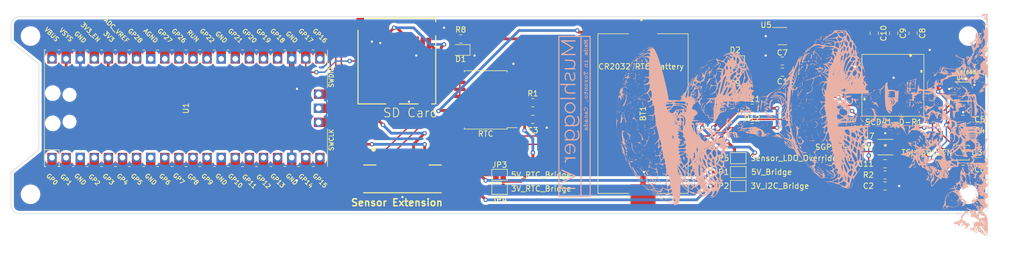
<source format=kicad_pcb>
(kicad_pcb (version 20211014) (generator pcbnew)
  (layers (0 "F.Cu" signal) (31 "B.Cu" signal) (34 "B.Paste" user) (35 "F.Paste" user) (36 "B.SilkS" user "B.Silkscreen") (37 "F.SilkS" user "F.Silkscreen") (38 "B.Mask" user) (39 "F.Mask" user) (44 "Edge.Cuts" user))
  (net 0 "")
  (net 1 "/RTC_VBAT")
  (net 2 "GND")
  (net 3 "/VCC_RTC")
  (net 4 "/Sensors/VCC_IN")
  (net 5 "Net-(D1-Pad2)")
  (net 6 "Net-(D2-Pad2)")
  (net 7 "SCL")
  (net 8 "SDA")
  (net 9 "3V3")
  (net 10 "5V")
  (net 11 "/CS")
  (net 12 "/SPI_TX")
  (net 13 "/SCK")
  (net 14 "/SPI_RX")
  (net 15 "/RTC_INT")
  (net 67 "/Sensors/VCC")
  (net 68 "Net-(C2-Pad1)")
  (footprint "BME688:IC_BME688" (layer "F.Cu") (at 188 33.5)
    (fp_text reference "U4")
    (fp_text value "BME688")
  )
  (footprint "MCU_RaspberryPi_and_Boards:RPi_Pico_SMD_TH" (layer "F.Cu") (at 48 36.5 90)
    (fp_text reference "U1")
    (fp_text value "Pico")
  )
  (footprint "ul_SCD41-D-R1:SCD41-D-R1" (layer "F.Cu") (at 175.365 32.365 -90)
    (fp_text reference "U6")
    (fp_text value "SCD41-D-R1")
  )
  (footprint "Resistor_SMD:R_0805_2012Metric" (layer "F.Cu") (at 173.95 48.51)
    (fp_text reference "R2")
    (fp_text value "4.7")
  )
  (footprint "Jumper:SolderJumper-2_P1.3mm_Open_Pad1.0x1.5mm" (layer "F.Cu") (at 104.5 48.5)
    (fp_text reference "JP3")
    (fp_text value "5V_RTC_Bridge")
  )
  (footprint "CR2032_Battery_Holder:BH-74G-5-P" (layer "F.Cu") (at 130.346 37.454803 -90)
    (fp_text reference "BT1")
    (fp_text value "CR2032 RTC Battery")
  )
  (footprint "LIB_B5B-PH-SM4-TB_LF__SN_:B5B-PH-SM4-TB" (layer "F.Cu") (at 87 47 180)
    (fp_text reference "Sensor Extension")
    (fp_text value "Sensor_Connector" hide)
  )
  (footprint "Resistor_SMD:R_0805_2012Metric" (layer "F.Cu") (at 150 36.5)
    (fp_text reference "R11")
    (fp_text value "4K7")
  )
  (footprint "Resistor_SMD:R_0805_2012Metric" (layer "F.Cu") (at 146.95 30)
    (fp_text reference "R9")
    (fp_text value "1K")
  )
  (footprint "MEM2061-01-188-00-A_REVA:GCT_MEM2061-01-188-00-A_REVA" (layer "F.Cu") (at 86 28 180)
    (fp_text reference "SD Card")
    (fp_text value "MEM2061-01-188-00-A_REVA")
  )
  (footprint "Resistor_SMD:R_0805_2012Metric" (layer "F.Cu") (at 97.5 24)
    (fp_text reference "R8")
    (fp_text value "1k")
  )
  (footprint "Capacitor_SMD:C_0805_2012Metric" (layer "F.Cu") (at 173.95 50.51)
    (fp_text reference "C2")
    (fp_text value "1uF")
  )
  (footprint "ul_SGP40-D-R4:SGP40-D-R4" (layer "F.Cu") (at 174 43.5)
    (fp_text reference "U7")
    (fp_text value "SGP40-D-R4")
  )
  (footprint "Capacitor_SMD:C_0805_2012Metric" (layer "F.Cu") (at 110.5 38.5)
    (fp_text reference "C3")
    (fp_text value "0.1uF")
  )
  (footprint "Resistor_SMD:R_0805_2012Metric" (layer "F.Cu") (at 150 40)
    (fp_text reference "R12")
    (fp_text value "4K7")
  )
  (footprint "Capacitor_SMD:C_0805_2012Metric" (layer "F.Cu") (at 179 23 -90)
    (fp_text reference "C8")
    (fp_text value "2.2uF")
  )
  (footprint "Jumper:SolderJumper-2_P1.3mm_Open_Pad1.0x1.5mm" (layer "F.Cu") (at 147.5 45.5 180)
    (fp_text reference "JP5")
    (fp_text value "Sensor_LDO_Override")
  )
  (footprint "Capacitor_SMD:C_0805_2012Metric" (layer "F.Cu") (at 188 40.5)
    (fp_text reference "C4")
    (fp_text value "0.1uF")
  )
  (footprint "MountingHole:MountingHole_2.5mm" (layer "F.Cu") (at 189 52)
    (fp_text reference "H1")
    (fp_text value "MountingHole")
  )
  (footprint "Jumper:SolderJumper-2_P1.3mm_Open_Pad1.0x1.5mm" (layer "F.Cu") (at 147.5 48 180)
    (fp_text reference "JP1")
    (fp_text value "5V_Bridge")
  )
  (footprint "Capacitor_SMD:C_0805_2012Metric" (layer "F.Cu") (at 155.45 28 180)
    (fp_text reference "C7")
    (fp_text value "10uF")
  )
  (footprint "Package_SO:SOIC-16W_7.5x10.3mm_P1.27mm" (layer "F.Cu") (at 102 35 180)
    (fp_text reference "RTC")
    (fp_text value "DS3231M")
  )
  (footprint "MountingHole:MountingHole_2.5mm" (layer "F.Cu") (at 20 52)
    (fp_text reference "H2")
    (fp_text value "MountingHole")
  )
  (footprint "Capacitor_SMD:C_0805_2012Metric" (layer "F.Cu") (at 172 23 -90)
    (fp_text reference "C10")
    (fp_text value "10uF")
  )
  (footprint "Jumper:SolderJumper-2_P1.3mm_Bridged_Pad1.0x1.5mm" (layer "F.Cu") (at 147.5 50.5 180)
    (fp_text reference "JP2")
    (fp_text value "3V_I2C_Bridge")
  )
  (footprint "Capacitor_SMD:C_0805_2012Metric" (layer "F.Cu") (at 188 47.5 180)
    (fp_text reference "C6")
    (fp_text value "1uF")
  )
  (footprint "Capacitor_SMD:C_0805_2012Metric" (layer "F.Cu") (at 155.45 30 180)
    (fp_text reference "C1")
    (fp_text value "10uF")
  )
  (footprint "ul_TSL25911FN:TSL25911FN" (layer "F.Cu") (at 187.9916 44.5)
    (fp_text reference "U3")
    (fp_text value "TSL25911FN")
  )
  (footprint "MountingHole:MountingHole_2.5mm" (layer "F.Cu") (at 20 23.5)
    (fp_text reference "H3")
    (fp_text value "MountingHole")
  )
  (footprint "Jumper:SolderJumper-2_P1.3mm_Bridged_Pad1.0x1.5mm" (layer "F.Cu") (at 104.5 51)
    (fp_text reference "JP4")
    (fp_text value "3V_RTC_Bridge")
  )
  (footprint "LED_SMD:LED_0805_2012Metric" (layer "F.Cu") (at 97.5 26 180)
    (fp_text reference "D1")
    (fp_text value "LED")
  )
  (footprint "MountingHole:MountingHole_2.5mm" (layer "F.Cu") (at 189 23.5)
    (fp_text reference "H4")
    (fp_text value "MountingHole")
  )
  (footprint "Package_TO_SOT_SMD:SOT-23-5" (layer "F.Cu") (at 155.45 23.5)
    (fp_text reference "U5")
    (fp_text value "AP2112K-3.3")
  )
  (footprint "LED_SMD:LED_0805_2012Metric" (layer "F.Cu") (at 146.95 28 180)
    (fp_text reference "D2")
    (fp_text value "LED")
  )
  (footprint "Capacitor_SMD:C_0805_2012Metric" (layer "F.Cu") (at 188 38.5)
    (fp_text reference "C5")
    (fp_text value "0.1uF")
  )
  (footprint "Capacitor_SMD:C_0805_2012Metric" (layer "F.Cu") (at 173.95 46.5)
    (fp_text reference "C11")
    (fp_text value "1uF")
  )
  (footprint "Resistor_SMD:R_0805_2012Metric" (layer "F.Cu") (at 110.5 35.5)
    (fp_text reference "R1")
    (fp_text value "10k")
  )
  (footprint "Capacitor_SMD:C_0805_2012Metric" (layer "F.Cu") (at 175.5 23 -90)
    (fp_text reference "C9")
    (fp_text value "2.2uF")
  )
  (footprint "LOGO" (layer "B.Cu") (at 157.06229 39.513997 -90)
    (fp_text reference "G***")
    (fp_text value "LOGO" hide)
  )
  (footprint "LOGO" (layer "B.Cu") (at 118.227315 42.813152 -90)
    (fp_text reference "G***")
    (fp_text value "LOGO" hide)
  )
  (gr_line (start 192.5 21.5) (end 192.5 54) (layer "Edge.Cuts") (width 0.1))
  (gr_line (start 16.5 54) (end 16.5 48) (layer "Edge.Cuts") (width 0.1))
  (gr_arc (start 16.5 21.5) (mid 16.93934 20.43934) (end 18 20) (layer "Edge.Cuts") (width 0.1))
  (gr_arc (start 191 20) (mid 192.06066 20.43934) (end 192.5 21.5) (layer "Edge.Cuts") (width 0.1))
  (gr_arc (start 18 55.5) (mid 16.93934 55.06066) (end 16.5 54) (layer "Edge.Cuts") (width 0.1))
  (gr_line (start 21.5 28.5) (end 16.5 24.5) (layer "Edge.Cuts") (width 0.1))
  (gr_line (start 16.5 24.5) (end 16.5 21.5) (layer "Edge.Cuts") (width 0.1))
  (gr_line (start 21.5 44) (end 16.5 48) (layer "Edge.Cuts") (width 0.1))
  (gr_line (start 21.5 28.5) (end 21.5 44) (layer "Edge.Cuts") (width 0.1))
  (gr_line (start 191 55.5) (end 18 55.5) (layer "Edge.Cuts") (width 0.1))
  (gr_arc (start 192.5 54) (mid 192.06066 55.06066) (end 191 55.5) (layer "Edge.Cuts") (width 0.1))
  (gr_line (start 18 20) (end 191 20) (layer "Edge.Cuts") (width 0.1))
  (segment (start 97.35 36.905) (end 94.595 36.905) (width 0.5) (layer "F.Cu") (net 1))
  (segment (start 118.5 22.5) (end 118.806598 22.806598) (width 0.5) (layer "F.Cu") (net 1))
  (segment (start 118.806598 22.806598) (end 130.346 22.806598) (width 0.5) (layer "F.Cu") (net 1))
  (segment (start 94.595 36.905) (end 93.595 36.905) (width 0.5) (layer "F.Cu") (net 1))
  (segment (start 93.595 36.905) (end 93.5 37) (width 0.5) (layer "F.Cu") (net 1))
  (via (at 118.5 22.5) (size 0.8) (drill 0.4) (layers "F.Cu" "B.Cu") (net 1))
  (via (at 93.5 37) (size 0.8) (drill 0.4) (layers "F.Cu" "B.Cu") (net 1))
  (segment (start 108 22.5) (end 118.5 22.5) (width 0.5) (layer "B.Cu") (net 1))
  (segment (start 96.5 34) (end 101.5 29) (width 0.5) (layer "B.Cu") (net 1))
  (segment (start 93.5 37) (end 96.5 34) (width 0.5) (layer "B.Cu") (net 1))
  (segment (start 107.5 23) (end 108 22.5) (width 0.5) (layer "B.Cu") (net 1))
  (segment (start 101.5 29) (end 107.5 23) (width 0.5) (layer "B.Cu") (net 1))
  (segment (start 181.135 29.865) (end 182 29) (width 0.5) (layer "F.Cu") (net 2))
  (segment (start 172 23.95) (end 179 23.95) (width 0.5) (layer "F.Cu") (net 2))
  (segment (start 175.365 32.365) (end 175.365 31.135) (width 0.25) (layer "F.Cu") (net 2))
  (segment (start 174 43.5) (end 174 41) (width 0.25) (layer "F.Cu") (net 2))
  (segment (start 189.2 32.3) (end 189.2 31.7) (width 0.25) (layer "F.Cu") (net 2))
  (segment (start 176.5 46) (end 176 46.5) (width 0.25) (layer "F.Cu") (net 2))
  (segment (start 97.35 34.365) (end 97.35 35.635) (width 0.25) (layer "F.Cu") (net 2))
  (segment (start 67.05 32.05) (end 68 33) (width 1) (layer "F.Cu") (net 2))
  (segment (start 187.05 47.5) (end 185.5 47.5) (width 0.25) (layer "F.Cu") (net 2))
  (segment (start 67.05 45.39) (end 67.05 48.55) (width 0.5) (layer "F.Cu") (net 2))
  (segment (start 174.9 50.51) (end 176.49 50.51) (width 0.25) (layer "F.Cu") (net 2))
  (segment (start 154.3125 23.5) (end 152.45 23.5) (width 0.25) (layer "F.Cu") (net 2))
  (segment (start 79.4 21.175) (end 80.675 21.175) (width 0.5) (layer "F.Cu") (net 2))
  (segment (start 188.95 40.5) (end 188.95 38.5) (width 0.25) (layer "F.Cu") (net 2))
  (segment (start 169.365 29.865) (end 168.5 29) (width 0.25) (layer "F.Cu") (net 2))
  (segment (start 152.45 28) (end 152.45 27) (width 0.25) (layer "F.Cu") (net 2))
  (segment (start 111.45 38.5) (end 111.5 38.5) (width 0.25) (layer "F.Cu") (net 2))
  (segment (start 175.365 31.135) (end 175.5 31) (width 0.25) (layer "F.Cu") (net 2))
  (segment (start 94.325 22.175) (end 94.5 22) (width 0.5) (layer "F.Cu") (net 2))
  (segment (start 188.7245 31.2245) (end 188.5 31.2245) (width 0.25) (layer "F.Cu") (net 2))
  (segment (start 99 26) (end 100 27) (width 0.5) (layer "F.Cu") (net 2))
  (segment (start 175.1938 44.300001) (end 175.300001 44.300001) (width 0.25) (layer "F.Cu") (net 2))
  (segment (start 89.56 24.575) (end 89.56 26.94) (width 0.5) (layer "F.Cu") (net 2))
  (segment (start 67.05 27.61) (end 67.05 32.05) (width 1) (layer "F.Cu") (net 2))
  (segment (start 176 46.5) (end 174.9 46.5) (width 0.25) (layer "F.Cu") (net 2))
  (segment (start 106.65 28.85) (end 107 28.5) (width 0.25) (layer "F.Cu") (net 2))
  (segment (start 130.346 52.103008) (end 130.346 48.154) (width 1) (layer "F.Cu") (net 2))
  (segment (start 97.35 34.365) (end 97.35 33.095) (width 0.25) (layer "F.Cu") (net 2))
  (segment (start 188.95 38.5) (end 188.95 38.1745) (width 0.25) (layer "F.Cu") (net 2))
  (segment (start 152.45 28) (end 147.8875 28) (width 0.25) (layer "F.Cu") (net 2))
  (segment (start 189.2 31.7) (end 188.7245 31.2245) (width 0.25) (layer "F.Cu") (net 2))
  (segment (start 87 47) (end 87 52.5) (width 0.5) (layer "F.Cu") (net 2))
  (segment (start 81.5 22) (end 81.5 24.5) (width 0.5) (layer "F.Cu") (net 2))
  (segment (start 174.800001 44.300001) (end 174 43.5) (width 0.25) (layer "F.Cu") (net 2))
  (segment (start 98.4375 26) (end 99 26) (width 0.5) (layer "F.Cu") (net 2))
  (segment (start 106.65 33.095) (end 106.65 31.825) (width 0.25) (layer "F.Cu") (net 2))
  (segment (start 97.35 31.825) (end 97.35 30.555) (width 0.25) (layer "F.Cu") (net 2))
  (segment (start 172.8062 43.5) (end 174 43.5) (width 0.25) (layer "F.Cu") (net 2))
  (segment (start 154.5 28) (end 154.5 30) (width 0.25) (layer "F.Cu") (net 2))
  (segment (start 182 26.95) (end 182 26) (width 0.5) (layer "F.Cu") (net 2))
  (segment (start 97.35 29.65) (end 100 27) (width 0.25) (layer "F.Cu") (net 2))
  (segment (start 85.25 35.325) (end 90.95 35.325) (width 0.5) (layer "F.Cu") (net 2))
  (segment (start 171.365 29.865) (end 169.365 29.865) (width 0.25) (layer "F.Cu") (net 2))
  (segment (start 111.5 38.5) (end 113 40) (width 0.25) (layer "F.Cu") (net 2))
  (segment (start 130.346 48.154) (end 130.5 48) (width 1) (layer "F.Cu") (net 2))
  (segment (start 188.95 38.1745) (end 188 37.2245) (width 0.25) (layer "F.Cu") (net 2))
  (segment (start 176.5 45.5) (end 176.5 46) (width 0.25) (layer "F.Cu") (net 2))
  (segment (start 179.365 29.865) (end 181.135 29.865) (width 0.5) (layer "F.Cu") (net 2))
  (segment (start 92.55 22.175) (end 94.325 22.175) (width 0.5) (layer "F.Cu") (net 2))
  (segment (start 175.1938 44.300001) (end 174.800001 44.300001) (width 0.25) (layer "F.Cu") (net 2))
  (segment (start 154.5 28) (end 152.45 28) (width 0.25) (layer "F.Cu") (net 2))
  (segment (start 182 29) (end 182 26.95) (width 0.5) (layer "F.Cu") (net 2))
  (segment (start 106.65 34.365) (end 106.65 33.095) (width 0.25) (layer "F.Cu") (net 2))
  (segment (start 89.56 26.94) (end 89.5 27) (width 0.5) (layer "F.Cu") (net 2))
  (segment (start 187.05 45.266086) (end 187.1661 45.149986) (width 0.25) (layer "F.Cu") (net 2))
  (segment (start 185.5755 33.1) (end 185.5 33.0245) (width 0.25) (layer "F.Cu") (net 2))
  (segment (start 97.35 30.555) (end 97.35 29.65) (width 0.25) (layer "F.Cu") (net 2))
  (segment (start 67.05 48.55) (end 68 49.5) (width 0.5) (layer "F.Cu") (net 2))
  (segment (start 186.8 33.1) (end 185.5755 33.1) (width 0.25) (layer "F.Cu") (net 2))
  (segment (start 175.300001 44.300001) (end 176.5 45.5) (width 0.25) (layer "F.Cu") (net 2))
  (segment (start 106.65 30.555) (end 106.65 28.85) (width 0.25) (layer "F.Cu") (net 2))
  (segment (start 187.05 47.5) (end 187.05 45.266086) (width 0.25) (layer "F.Cu") (net 2))
  (segment (start 182 26.95) (end 179 23.95) (width 0.5) (layer "F.Cu") (net 2))
  (segment (start 80.675 21.175) (end 81.5 22) (width 0.5) (layer "F.Cu") (net 2))
  (segment (start 97.35 33.095) (end 97.35 31.825) (width 0.25) (layer "F.Cu") (net 2))
  (segment (start 106.65 31.825) (end 106.65 30.555) (width 0.25) (layer "F.Cu") (net 2))
  (via (at 113 40) (size 0.8) (drill 0.4) (layers "F.Cu" "B.Cu") (net 2))
  (via (at 168.5 29) (size 0.8) (drill 0.4) (layers "F.Cu" "B.Cu") (net 2))
  (via (at 188.5 31.2245) (size 0.8) (drill 0.4) (layers "F.Cu" "B.Cu") (net 2))
  (via (at 88.175 35.325) (size 0.8) (drill 0.4) (layers "F.Cu" "B.Cu") (net 2))
  (via (at 89.5 27) (size 0.8) (drill 0.4) (layers "F.Cu" "B.Cu") (net 2))
  (via (at 87 52.5) (size 0.8) (drill 0.4) (layers "F.Cu" "B.Cu") (net 2))
  (via (at 152.45 23.5) (size 0.8) (drill 0.4) (layers "F.Cu" "B.Cu") (net 2))
  (via (at 185.5 33.0245) (size 0.8) (drill 0.4) (layers "F.Cu" "B.Cu") (net 2))
  (via (at 174 41) (size 0.8) (drill 0.4) (layers "F.Cu" "B.Cu") (net 2))
  (via (at 130.5 48) (size 0.8) (drill 0.4) (layers "F.Cu" "B.Cu") (net 2))
  (via (at 152.45 27) (size 0.8) (drill 0.4) (layers "F.Cu" "B.Cu") (net 2))
  (via (at 81.5 24.5) (size 0.8) (drill 0.4) (layers "F.Cu" "B.Cu") (net 2))
  (via (at 107 28.5) (size 0.8) (drill 0.4) (layers "F.Cu" "B.Cu") (net 2))
  (via (at 100 27) (size 0.8) (drill 0.4) (layers "F.Cu" "B.Cu") (net 2))
  (via (at 94.5 22) (size 0.8) (drill 0.4) (layers "F.Cu" "B.Cu") (net 2))
  (via (at 68 49.5) (size 0.8) (drill 0.4) (layers "F.Cu" "B.Cu") (net 2))
  (via (at 68 33) (size 0.8) (drill 0.4) (layers "F.Cu" "B.Cu") (net 2))
  (via (at 188 37.2245) (size 0.8) (drill 0.4) (layers "F.Cu" "B.Cu") (net 2))
  (via (at 185.5 47.5) (size 0.8) (drill 0.4) (layers "F.Cu" "B.Cu") (net 2))
  (via (at 182 26) (size 0.8) (drill 0.4) (layers "F.Cu" "B.Cu") (net 2))
  (via (at 175.5 31) (size 0.8) (drill 0.4) (layers "F.Cu" "B.Cu") (net 2))
  (via (at 176.49 50.51) (size 0.8) (drill 0.4) (layers "F.Cu" "B.Cu") (net 2))
  (segment (start 94.5 22) (end 95 22.5) (width 0.5) (layer "B.Cu") (net 2))
  (segment (start 95 22.5) (end 95 23.5) (width 0.5) (layer "B.Cu") (net 2))
  (segment (start 112.5 35.5) (end 113.5 34.5) (width 0.5) (layer "F.Cu") (net 3))
  (segment (start 109 39.05) (end 109.55 38.5) (width 0.5) (layer "F.Cu") (net 3))
  (segment (start 113.5 34.5) (end 113.5 28) (width 0.5) (layer "F.Cu") (net 3))
  (segment (start 106.65 38.175) (end 109.225 38.175) (width 0.5) (layer "F.Cu") (net 3))
  (segment (start 110.5 47.5) (end 110.5 44.5) (width 0.5) (layer "F.Cu") (net 3))
  (segment (start 113.5 28) (end 109.5 24) (width 0.5) (layer "F.Cu") (net 3))
  (segment (start 109.225 38.175) (end 109.55 38.5) (width 0.5) (layer "F.Cu") (net 3))
  (segment (start 111.4125 36.0875) (end 111.4125 35.5) (width 0.5) (layer "F.Cu") (net 3))
  (segment (start 108.35 49.65) (end 110.5 47.5) (width 0.5) (layer "F.Cu") (net 3))
  (segment (start 109 40.5) (end 109 39.05) (width 0.5) (layer "F.Cu") (net 3))
  (segment (start 105.15 48.5) (end 105.15 49.65) (width 0.5) (layer "F.Cu") (net 3))
  (segment (start 105.15 49.65) (end 108.35 49.65) (width 0.5) (layer "F.Cu") (net 3))
  (segment (start 109.55 37.95) (end 111.4125 36.0875) (width 0.5) (layer "F.Cu") (net 3))
  (segment (start 111.4125 35.5) (end 112.5 35.5) (width 0.5) (layer "F.Cu") (net 3))
  (segment (start 109.55 38.5) (end 109.55 37.95) (width 0.5) (layer "F.Cu") (net 3))
  (segment (start 105.15 49.65) (end 105.15 51) (width 0.5) (layer "F.Cu") (net 3))
  (segment (start 109.5 24) (end 98.4125 24) (width 0.5) (layer "F.Cu") (net 3))
  (via (at 110.5 44.5) (size 0.8) (drill 0.4) (layers "F.Cu" "B.Cu") (net 3))
  (via (at 109 40.5) (size 0.8) (drill 0.4) (layers "F.Cu" "B.Cu") (net 3))
  (segment (start 110.5 44.5) (end 110.5 42) (width 0.5) (layer "B.Cu") (net 3))
  (segment (start 110.5 42) (end 109 40.5) (width 0.5) (layer "B.Cu") (net 3))
  (segment (start 150.9 24.45) (end 154.3125 24.45) (width 0.5) (layer "F.Cu") (net 4))
  (segment (start 141 29) (end 141 40) (width 0.5) (layer "F.Cu") (net 4))
  (segment (start 154.3125 24.8625) (end 155.475 26.025) (width 0.5) (layer "F.Cu") (net 4))
  (segment (start 148.15 45.5) (end 149.5 45.5) (width 0.5) (layer "F.Cu") (net 4))
  (segment (start 156.4 26.95) (end 156.4 28) (width 0.5) (layer "F.Cu") (net 4))
  (segment (start 149.95 23.5) (end 150.9 22.55) (width 0.5) (layer "F.Cu") (net 4))
  (segment (start 143.975 26.025) (end 141 29) (width 0.5) (layer "F.Cu") (net 4))
  (segment (start 155.475 26.025) (end 143.975 26.025) (width 0.5) (layer "F.Cu") (net 4))
  (segment (start 150.9 22.55) (end 154.3125 22.55) (width 0.5) (layer "F.Cu") (net 4))
  (segment (start 155.475 26.025) (end 156.4 26.95) (width 0.5) (layer "F.Cu") (net 4))
  (segment (start 154.3125 24.45) (end 154.3125 24.8625) (width 0.5) (layer "F.Cu") (net 4))
  (segment (start 149.5 45.5) (end 150.5 44.5) (width 0.5) (layer "F.Cu") (net 4))
  (segment (start 148.15 50.5) (end 148.15 48) (width 0.5) (layer "F.Cu") (net 4))
  (segment (start 148.15 48) (end 148.15 45.5) (width 0.5) (layer "F.Cu") (net 4))
  (segment (start 149.95 23.5) (end 150.9 24.45) (width 0.5) (layer "F.Cu") (net 4))
  (via (at 150.5 44.5) (size 0.8) (drill 0.4) (layers "F.Cu" "B.Cu") (net 4))
  (via (at 141 40) (size 0.8) (drill 0.4) (layers "F.Cu" "B.Cu") (net 4))
  (segment (start 149.5 43.5) (end 150.5 44.5) (width 0.5) (layer "B.Cu") (net 4))
  (segment (start 144.5 43.5) (end 149.5 43.5) (width 0.5) (layer "B.Cu") (net 4))
  (segment (start 141 40) (end 144.5 43.5) (width 0.5) (layer "B.Cu") (net 4))
  (segment (start 96.5875 25.975) (end 96.5625 26) (width 0.5) (layer "F.Cu") (net 5))
  (segment (start 96.5875 24) (end 96.5875 25.975) (width 0.5) (layer "F.Cu") (net 5))
  (segment (start 146.0125 29.975) (end 146.0375 30) (width 0.5) (layer "F.Cu") (net 6))
  (segment (start 146.0125 28) (end 146.0125 29.975) (width 0.5) (layer "F.Cu") (net 6))
  (segment (start 101.675 38.175) (end 105 41.5) (width 0.25) (layer "F.Cu") (net 7))
  (segment (start 105 41.5) (end 143 41.5) (width 0.25) (layer "F.Cu") (net 7))
  (segment (start 165.5 34.5) (end 162 34.5) (width 0.25) (layer "F.Cu") (net 7))
  (segment (start 169.385 33.615) (end 171.365 33.615) (width 0.25) (layer "F.Cu") (net 7))
  (segment (start 182.5 42) (end 182.5 39) (width 0.25) (layer "F.Cu") (net 7))
  (segment (start 182.5 39) (end 170 39) (width 0.25) (layer "F.Cu") (net 7))
  (segment (start 149.0875 34.9125) (end 149.0875 36.5) (width 0.25) (layer "F.Cu") (net 7))
  (segment (start 89.775 38.175) (end 83 44.95) (width 0.25) (layer "F.Cu") (net 7))
  (segment (start 97.35 38.175) (end 101.675 38.175) (width 0.25) (layer "F.Cu") (net 7))
  (segment (start 189.5 36) (end 185.5 36) (width 0.25) (layer "F.Cu") (net 7))
  (segment (start 189.7 34.7) (end 190 35) (width 0.25) (layer "F.Cu") (net 7))
  (segment (start 190 35) (end 190 35.5) (width 0.25) (layer "F.Cu") (net 7))
  (segment (start 175.1938 42.699999) (end 181.800001 42.699999) (width 0.25) (layer "F.Cu") (net 7))
  (segment (start 189.2 34.7) (end 189.7 34.7) (width 0.25) (layer "F.Cu") (net 7))
  (segment (start 162 34.5) (end 149.5 34.5) (width 0.25) (layer "F.Cu") (net 7))
  (segment (start 149.5 34.5) (end 149.0875 34.9125) (width 0.25) (layer "F.Cu") (net 7))
  (segment (start 185.5 36) (end 182.5 39) (width 0.25) (layer "F.Cu") (net 7))
  (segment (start 184.350014 43.850014) (end 182.5 42) (width 0.25) (layer "F.Cu") (net 7))
  (segment (start 148 36.5) (end 149.0875 36.5) (width 0.25) (layer "F.Cu") (net 7))
  (segment (start 170 39) (end 168 37) (width 0.25) (layer "F.Cu") (net 7))
  (segment (start 168.5 34.5) (end 169.385 33.615) (width 0.25) (layer "F.Cu") (net 7))
  (segment (start 168.5 34.5) (end 165.5 34.5) (width 0.25) (layer "F.Cu") (net 7))
  (segment (start 64.51 45.39) (end 64.51 49.51) (width 0.25) (layer "F.Cu") (net 7))
  (segment (start 83 50) (end 83 47) (width 0.25) (layer "F.Cu") (net 7))
  (segment (start 81 52) (end 83 50) (width 0.25) (layer "F.Cu") (net 7))
  (segment (start 190 35.5) (end 189.5 36) (width 0.25) (layer "F.Cu") (net 7))
  (segment (start 143 41.5) (end 148 36.5) (width 0.25) (layer "F.Cu") (net 7))
  (segment (start 64.51 49.51) (end 67 52) (width 0.25) (layer "F.Cu") (net 7))
  (segment (start 67 52) (end 81 52) (width 0.25) (layer "F.Cu") (net 7))
  (segment (start 187.1661 43.850014) (end 184.350014 43.850014) (width 0.25) (layer "F.Cu") (net 7))
  (segment (start 89.775 38.175) (end 97.35 38.175) (width 0.25) (layer "F.Cu") (net 7))
  (segment (start 181.800001 42.699999) (end 182.5 42) (width 0.25) (layer "F.Cu") (net 7))
  (via (at 165.5 34.5) (size 0.8) (drill 0.4) (layers "F.Cu" "B.Cu") (net 7))
  (via (at 168 37) (size 0.8) (drill 0.4) (layers "F.Cu" "B.Cu") (net 7))
  (segment (start 168 37) (end 165.5 34.5) (width 0.25) (layer "B.Cu") (net 7))
  (segment (start 181 40) (end 164.5 40) (width 0.25) (layer "F.Cu") (net 8))
  (segment (start 190.4 33.9) (end 189.2 33.9) (width 0.25) (layer "F.Cu") (net 8))
  (segment (start 85 44.95) (end 90.505 39.445) (width 0.25) (layer "F.Cu") (net 8))
  (segment (start 97.35 39.445) (end 90.505 39.445) (width 0.25) (layer "F.Cu") (net 8))
  (segment (start 61.97 45.39) (end 61.97 49.47) (width 0.25) (layer "F.Cu") (net 8))
  (segment (start 169.635 34.865) (end 171.365 34.865) (width 0.25) (layer "F.Cu") (net 8))
  (segment (start 105 43) (end 101.445 39.445) (width 0.25) (layer "F.Cu") (net 8))
  (segment (start 190 42.5) (end 185.5 42.5) (width 0.25) (layer "F.Cu") (net 8))
  (segment (start 191 36) (end 191 34.5) (width 0.25) (layer "F.Cu") (net 8))
  (segment (start 65.5 53) (end 84 53) (width 0.25) (layer "F.Cu") (net 8))
  (segment (start 149.0875 40) (end 146 40) (width 0.25) (layer "F.Cu") (net 8))
  (segment (start 185.5 42.5) (end 183.5 40.5) (width 0.25) (layer "F.Cu") (net 8))
  (segment (start 190.5 43) (end 190 42.5) (width 0.25) (layer "F.Cu") (net 8))
  (segment (start 85 52) (end 85 47) (width 0.25) (layer "F.Cu") (net 8))
  (segment (start 143 43) (end 146 40) (width 0.25) (layer "F.Cu") (net 8))
  (segment (start 149.0875 40) (end 149.0875 39.4125) (width 0.25) (layer "F.Cu") (net 8))
  (segment (start 101.445 39.445) (end 97.35 39.445) (width 0.25) (layer "F.Cu") (net 8))
  (segment (start 190.5 36.5) (end 191 36) (width 0.25) (layer "F.Cu") (net 8))
  (segment (start 186 36.5) (end 190.5 36.5) (width 0.25) (layer "F.Cu") (net 8))
  (segment (start 183.5 39) (end 186 36.5) (width 0.25) (layer "F.Cu") (net 8))
  (segment (start 150 38.5) (end 163 38.5) (width 0.25) (layer "F.Cu") (net 8))
  (segment (start 172.8062 44.300001) (end 168.800001 44.300001) (width 0.25) (layer "F.Cu") (net 8))
  (segment (start 149.0875 39.4125) (end 150 38.5) (width 0.25) (layer "F.Cu") (net 8))
  (segment (start 188.8171 43.850014) (end 190.149986 43.850014) (width 0.25) (layer "F.Cu") (net 8))
  (segment (start 168.800001 44.300001) (end 164.5 40) (width 0.25) (layer "F.Cu") (net 8))
  (segment (start 190.149986 43.850014) (end 190.5 43.5) (width 0.25) (layer "F.Cu") (net 8))
  (segment (start 190.5 43.5) (end 190.5 43) (width 0.25) (layer "F.Cu") (net 8))
  (segment (start 84 53) (end 85 52) (width 0.25) (layer "F.Cu") (net 8))
  (segment (start 165.5 36) (end 168.5 36) (width 0.25) (layer "F.Cu") (net 8))
  (segment (start 61.97 49.47) (end 65.5 53) (width 0.25) (layer "F.Cu") (net 8))
  (segment (start 191 34.5) (end 190.4 33.9) (width 0.25) (layer "F.Cu") (net 8))
  (segment (start 163 38.5) (end 165.5 36) (width 0.25) (layer "F.Cu") (net 8))
  (segment (start 168.5 36) (end 169.635 34.865) (width 0.25) (layer "F.Cu") (net 8))
  (segment (start 143 43) (end 105 43) (width 0.25) (layer "F.Cu") (net 8))
  (segment (start 183.5 40.5) (end 183.5 39) (width 0.25) (layer "F.Cu") (net 8))
  (segment (start 164.5 40) (end 163 38.5) (width 0.25) (layer "F.Cu") (net 8))
  (via (at 183.5 40) (size 0.8) (drill 0.4) (layers "F.Cu" "B.Cu") (net 8))
  (via (at 181 40) (size 0.8) (drill 0.4) (layers "F.Cu" "B.Cu") (net 8))
  (segment (start 183.5 40) (end 181 40) (width 0.25) (layer "B.Cu") (net 8))
  (segment (start 94 32.539084) (end 94 27.015) (width 0.5) (layer "F.Cu") (net 9))
  (segment (start 89 47) (end 89 52) (width 0.5) (layer "F.Cu") (net 9))
  (segment (start 56.5 34.5) (end 64 42) (width 0.5) (layer "F.Cu") (net 9))
  (segment (start 36.5 34.5) (end 56.5 34.5) (width 0.5) (layer "F.Cu") (net 9))
  (segment (start 87.36 23.36) (end 87.36 24.575) (width 0.5) (layer "F.Cu") (net 9))
  (segment (start 81.5 37.5) (end 83.5 39.5) (width 0.5) (layer "F.Cu") (net 9))
  (segment (start 81.5 37.5) (end 81.5 35) (width 0.5) (layer "F.Cu") (net 9))
  (segment (start 83.075 33.425) (end 93.114084 33.425) (width 0.5) (layer "F.Cu") (net 9))
  (segment (start 84.06 23.44) (end 84.06 24.775) (width 0.5) (layer "F.Cu") (net 9))
  (segment (start 81.5 35) (end 83.075 33.425) (width 0.5) (layer "F.Cu") (net 9))
  (segment (start 89 43) (end 89 47) (width 0.5) (layer "F.Cu") (net 9))
  (segment (start 34 27.64) (end 34 32) (width 0.5) (layer "F.Cu") (net 9))
  (segment (start 77 42) (end 81.5 37.5) (width 0.5) (layer "F.Cu") (net 9))
  (segment (start 85.5 22) (end 84.06 23.44) (width 0.5) (layer "F.Cu") (net 9))
  (segment (start 34 32) (end 36.5 34.5) (width 0.5) (layer "F.Cu") (net 9))
  (segment (start 102 51) (end 103.85 51) (width 0.5) (layer "F.Cu") (net 9))
  (segment (start 34.03 27.61) (end 34 27.64) (width 0.5) (layer "F.Cu") (net 9))
  (segment (start 94 27.015) (end 94 25.5) (width 0.5) (layer "F.Cu") (net 9))
  (segment (start 94 25.5) (end 94.5 25) (width 0.5) (layer "F.Cu") (net 9))
  (segment (start 85.5 22) (end 86 22) (width 0.5) (layer "F.Cu") (net 9))
  (segment (start 101 52) (end 102 51) (width 0.5) (layer "F.Cu") (net 9))
  (segment (start 86 22) (end 87.36 23.36) (width 0.5) (layer "F.Cu") (net 9))
  (segment (start 93.114084 33.425) (end 94 32.539084) (width 0.5) (layer "F.Cu") (net 9))
  (segment (start 142.5 50.5) (end 146.85 50.5) (width 0.5) (layer "F.Cu") (net 9))
  (segment (start 94 27.015) (end 91.76 24.775) (width 0.5) (layer "F.Cu") (net 9))
  (segment (start 64 42) (end 77 42) (width 0.5) (layer "F.Cu") (net 9))
  (segment (start 89 52) (end 101 52) (width 0.5) (layer "F.Cu") (net 9))
  (segment (start 91 41) (end 89 43) (width 0.5) (layer "F.Cu") (net 9))
  (segment (start 101 52) (end 102 53) (width 0.5) (layer "F.Cu") (net 9))
  (via (at 85.5 22) (size 0.8) (drill 0.4) (layers "F.Cu" "B.Cu") (net 9))
  (via (at 91 41) (size 0.8) (drill 0.4) (layers "F.Cu" "B.Cu") (net 9))
  (via (at 83.5 39.5) (size 0.8) (drill 0.4) (layers "F.Cu" "B.Cu") (net 9))
  (via (at 94.5 25) (size 0.8) (drill 0.4) (layers "F.Cu" "B.Cu") (net 9))
  (via (at 142.5 50.5) (size 0.8) (drill 0.4) (layers "F.Cu" "B.Cu") (net 9))
  (via (at 102 53) (size 0.8) (drill 0.4) (layers "F.Cu" "B.Cu") (net 9))
  (segment (start 83.5 39.5) (end 85 41) (width 0.5) (layer "B.Cu") (net 9))
  (segment (start 85 41) (end 91 41) (width 0.5) (layer "B.Cu") (net 9))
  (segment (start 94.5 25) (end 92 25) (width 0.5) (layer "B.Cu") (net 9))
  (segment (start 102 53) (end 140 53) (width 0.5) (layer "B.Cu") (net 9))
  (segment (start 140 53) (end 142.5 50.5) (width 0.5) (layer "B.Cu") (net 9))
  (segment (start 92 25) (end 89 22) (width 0.5) (layer "B.Cu") (net 9))
  (segment (start 89 22) (end 85.5 22) (width 0.5) (layer "B.Cu") (net 9))
  (segment (start 101 48.5) (end 103.85 48.5) (width 0.5) (layer "F.Cu") (net 10))
  (segment (start 26.41 27.61) (end 26.41 29.41) (width 0.5) (layer "F.Cu") (net 10))
  (segment (start 62.5 43) (end 81.5 43) (width 0.5) (layer "F.Cu") (net 10))
  (segment (start 26.41 29.41) (end 28.5 31.5) (width 0.5) (layer "F.Cu") (net 10))
  (segment (start 37.5 37.5) (end 57 37.5) (width 0.5) (layer "F.Cu") (net 10))
  (segment (start 92.5 45.5) (end 95 45.5) (width 0.5) (layer "F.Cu") (net 10))
  (segment (start 98 48.5) (end 101 48.5) (width 0.5) (layer "F.Cu") (net 10))
  (segment (start 57 37.5) (end 62.5 43) (width 0.5) (layer "F.Cu") (net 10))
  (segment (start 142.5 48) (end 146.85 48) (width 0.5) (layer "F.Cu") (net 10))
  (segment (start 31.5 31.5) (end 37.5 37.5) (width 0.5) (layer "F.Cu") (net 10))
  (segment (start 95 45.5) (end 98 48.5) (width 0.5) (layer "F.Cu") (net 10))
  (segment (start 101 48.5) (end 102 49.5) (width 0.5) (layer "F.Cu") (net 10))
  (segment (start 91 47) (end 92.5 45.5) (width 0.5) (layer "F.Cu") (net 10))
  (segment (start 28.5 31.5) (end 31.5 31.5) (width 0.5) (layer "F.Cu") (net 10))
  (segment (start 91 43) (end 91 47) (width 0.5) (layer "F.Cu") (net 10))
  (via (at 142.5 48) (size 0.8) (drill 0.4) (layers "F.Cu" "B.Cu") (net 10))
  (via (at 81.5 43) (size 0.8) (drill 0.4) (layers "F.Cu" "B.Cu") (net 10))
  (via (at 102 49.5) (size 0.8) (drill 0.4) (layers "F.Cu" "B.Cu") (net 10))
  (via (at 91 43) (size 0.8) (drill 0.4) (layers "F.Cu" "B.Cu") (net 10))
  (segment (start 81.5 43) (end 91 43) (width 0.5) (layer "B.Cu") (net 10))
  (segment (start 140 49.5) (end 141 49.5) (width 0.5) (layer "B.Cu") (net 10))
  (segment (start 102 49.5) (end 140 49.5) (width 0.5) (layer "B.Cu") (net 10))
  (segment (start 141 49.5) (end 142.5 48) (width 0.5) (layer "B.Cu") (net 10))
  (segment (start 69.59 29.59) (end 69.59 27.61) (width 0.25) (layer "F.Cu") (net 11))
  (segment (start 85.16 25.725) (end 82.885 28) (width 0.25) (layer "F.Cu") (net 11))
  (segment (start 82.885 28) (end 77.5 28) (width 0.25) (layer "F.Cu") (net 11))
  (segment (start 70 30) (end 69.59 29.59) (width 0.25) (layer "F.Cu") (net 11))
  (segment (start 71.5 30) (end 70 30) (width 0.25) (layer "F.Cu") (net 11))
  (segment (start 85.16 25.175) (end 85.16 25.725) (width 0.25) (layer "F.Cu") (net 11))
  (via (at 71.5 30) (size 0.8) (drill 0.4) (layers "F.Cu" "B.Cu") (net 11))
  (via (at 77.5 28) (size 0.8) (drill 0.4) (layers "F.Cu" "B.Cu") (net 11))
  (segment (start 77.5 28) (end 77 28) (width 0.25) (layer "B.Cu") (net 11))
  (segment (start 73 30) (end 71.5 30) (width 0.25) (layer "B.Cu") (net 11))
  (segment (start 75 28) (end 73.5 29.5) (width 0.25) (layer "B.Cu") (net 11))
  (segment (start 73.5 29.5) (end 73 30) (width 0.25) (layer "B.Cu") (net 11))
  (segment (start 77 28) (end 75 28) (width 0.25) (layer "B.Cu") (net 11))
  (segment (start 61.97 24.03) (end 64 22) (width 0.25) (layer "F.Cu") (net 12))
  (segment (start 74 22) (end 76 24) (width 0.25) (layer "F.Cu") (net 12))
  (segment (start 76 28.5) (end 77 29.5) (width 0.25) (layer "F.Cu") (net 12))
  (segment (start 85 29.5) (end 86.26 28.24) (width 0.25) (layer "F.Cu") (net 12))
  (segment (start 86.26 28.24) (end 86.26 24.775) (width 0.25) (layer "F.Cu") (net 12))
  (segment (start 64 22) (end 74 22) (width 0.25) (layer "F.Cu") (net 12))
  (segment (start 77 29.5) (end 85 29.5) (width 0.25) (layer "F.Cu") (net 12))
  (segment (start 61.97 27.61) (end 61.97 24.03) (width 0.25) (layer "F.Cu") (net 12))
  (segment (start 76 24) (end 76 28.5) (width 0.25) (layer "F.Cu") (net 12))
  (segment (start 88 30) (end 75.5 30) (width 0.25) (layer "F.Cu") (net 13))
  (segment (start 88.46 24.775) (end 88.46 25.525) (width 0.25) (layer "F.Cu") (net 13))
  (segment (start 75 29.5) (end 75 24.363604) (width 0.25) (layer "F.Cu") (net 13))
  (segment (start 88.5 25.565) (end 88.5 29.5) (width 0.25) (layer "F.Cu") (net 13))
  (segment (start 64.51 24.49) (end 64.51 27.61) (width 0.25) (layer "F.Cu") (net 13))
  (segment (start 75 24.363604) (end 73.636396 23) (width 0.25) (layer "F.Cu") (net 13))
  (segment (start 88.46 25.525) (end 88.5 25.565) (width 0.25) (layer "F.Cu") (net 13))
  (segment (start 73.636396 23) (end 66 23) (width 0.25) (layer "F.Cu") (net 13))
  (segment (start 88.5 29.5) (end 88 30) (width 0.25) (layer "F.Cu") (net 13))
  (segment (start 66 23) (end 64.51 24.49) (width 0.25) (layer "F.Cu") (net 13))
  (segment (start 75.5 30) (end 75 29.5) (width 0.25) (layer "F.Cu") (net 13))
  (segment (start 74 29.5) (end 74 24) (width 0.25) (layer "F.Cu") (net 14))
  (segment (start 90.02535 30.97465) (end 75.47465 30.97465) (width 0.25) (layer "F.Cu") (net 14))
  (segment (start 73.5 23.5) (end 72.5 23.5) (width 0.25) (layer "F.Cu") (net 14))
  (segment (start 90.66 30.34) (end 90.02535 30.97465) (width 0.25) (layer "F.Cu") (net 14))
  (segment (start 90.66 24.775) (end 90.66 30.34) (width 0.25) (layer "F.Cu") (net 14))
  (segment (start 75.47465 30.97465) (end 74 29.5) (width 0.25) (layer "F.Cu") (net 14))
  (segment (start 74 24) (end 73.5 23.5) (width 0.25) (layer "F.Cu") (net 14))
  (segment (start 72.13 23.87) (end 72.13 27.61) (width 0.25) (layer "F.Cu") (net 14))
  (segment (start 72.5 23.5) (end 72.13 23.87) (width 0.25) (layer "F.Cu") (net 14))
  (segment (start 108.1825 36.905) (end 109.5875 35.5) (width 0.25) (layer "F.Cu") (net 15))
  (segment (start 106.65 36.905) (end 108.1825 36.905) (width 0.25) (layer "F.Cu") (net 15))
  (segment (start 166 24.5) (end 168.45 22.05) (width 0.5) (layer "F.Cu") (net 67))
  (segment (start 146.85 45.5) (end 146.85 43.85) (width 0.5) (layer "F.Cu") (net 67))
  (segment (start 166 29.5) (end 166 26) (width 0.5) (layer "F.Cu") (net 67))
  (segment (start 186 38.5) (end 187.05 38.5) (width 0.5) (layer "F.Cu") (net 67))
  (segment (start 158.5 22.55) (end 161.95 26) (width 0.5) (layer "F.Cu") (net 67))
  (segment (start 183.5 24) (end 183.5 32) (width 0.5) (layer "F.Cu") (net 67))
  (segment (start 150.95 32.05) (end 150.95 32) (width 0.5) (layer "F.Cu") (net 67))
  (segment (start 191 44.5) (end 191 42.5) (width 0.25) (layer "F.Cu") (net 67))
  (segment (start 190.5 33) (end 191.5 32) (width 0.25) (layer "F.Cu") (net 67))
  (segment (start 184.7 34.7) (end 183.5 33.5) (width 0.25) (layer "F.Cu") (net 67))
  (segment (start 155.95 32) (end 156.4 31.55) (width 0.5) (layer "F.Cu") (net 67))
  (segment (start 179.365 31.115) (end 182.615 31.115) (width 0.5) (layer "F.Cu") (net 67))
  (segment (start 174.8625 48.51) (end 178.99 48.51) (width 0.25) (layer "F.Cu") (net 67))
  (segment (start 191.5 32) (end 191.5 31) (width 0.25) (layer "F.Cu") (net 67))
  (segment (start 178.99 48.51) (end 182 45.5) (width 0.25) (layer "F.Cu") (net 67))
  (segment (start 188.95 47.5) (end 190.5 45.95) (width 0.25) (layer "F.Cu") (net 67))
  (segment (start 191 42.5) (end 190.5 42) (width 0.25) (layer "F.Cu") (net 67))
  (segment (start 186.5 30.5) (end 184.7 32.3) (width 0.25) (layer "F.Cu") (net 67))
  (segment (start 186.8 34.7) (end 184.7 34.7) (width 0.25) (layer "F.Cu") (net 67))
  (segment (start 171.365 31.115) (end 167.615 31.115) (width 0.5) (layer "F.Cu") (net 67))
  (segment (start 167.615 31.115) (end 166 29.5) (width 0.5) (layer "F.Cu") (net 67))
  (segment (start 191.5 31) (end 191 30.5) (width 0.25) (layer "F.Cu") (net 67))
  (segment (start 187 40.55) (end 187.05 40.5) (width 0.25) (layer "F.Cu") (net 67))
  (segment (start 183.5 32) (end 183.5 33.5) (width 0.5) (layer "F.Cu") (net 67))
  (segment (start 188.8171 44.5) (end 190 44.5) (width 0.25) (layer "F.Cu") (net 67))
  (segment (start 180 43.5) (end 175.1938 43.5) (width 0.25) (layer "F.Cu") (net 67))
  (segment (start 191 30.5) (end 186.5 30.5) (width 0.25) (layer "F.Cu") (net 67))
  (segment (start 182.615 31.115) (end 183.5 32) (width 0.5) (layer "F.Cu") (net 67))
  (segment (start 190.5 45) (end 191 44.5) (width 0.25) (layer "F.Cu") (net 67))
  (segment (start 146.85 43.85) (end 145.5 42.5) (width 0.5) (layer "F.Cu") (net 67))
  (segment (start 172 22.05) (end 179 22.05) (width 0.5) (layer "F.Cu") (net 67))
  (segment (start 189.75 33) (end 190.5 33) (width 0.25) (layer "F.Cu") (net 67))
  (segment (start 183.9 33.9) (end 183.5 33.5) (width 0.25) (layer "F.Cu") (net 67))
  (segment (start 154.5 36.5) (end 150.9125 36.5) (width 0.5) (layer "F.Cu") (net 67))
  (segment (start 186.8 32.3) (end 184.7 32.3) (width 0.25) (layer "F.Cu") (net 67))
  (segment (start 186 40.5) (end 187.05 40.5) (width 0.5) (layer "F.Cu") (net 67))
  (segment (start 161.95 26) (end 161.95 28.5) (width 0.5) (layer "F.Cu") (net 67))
  (segment (start 150.95 32) (end 155.95 32) (width 0.5) (layer "F.Cu") (net 67))
  (segment (start 161.95 26) (end 166 26) (width 0.5) (layer "F.Cu") (net 67))
  (segment (start 187 42) (end 187 40.55) (width 0.25) (layer "F.Cu") (net 67))
  (segment (start 181.55 22.05) (end 183.5 24) (width 0.5) (layer "F.Cu") (net 67))
  (segment (start 168.45 22.05) (end 172 22.05) (width 0.5) (layer "F.Cu") (net 67))
  (segment (start 190 44.5) (end 190.5 45) (width 0.25) (layer "F.Cu") (net 67))
  (segment (start 190.5 45) (end 190.5 45.95) (width 0.25) (layer "F.Cu") (net 67))
  (segment (start 182 45.5) (end 180 43.5) (width 0.25) (layer "F.Cu") (net 67))
  (segment (start 174.8625 48.51) (end 174.8625 48.3625) (width 0.25) (layer "F.Cu") (net 67))
  (segment (start 148.95 30) (end 150.95 32) (width 0.5) (layer "F.Cu") (net 67))
  (segment (start 185 39.5) (end 186 38.5) (width 0.5) (layer "F.Cu") (net 67))
  (segment (start 166 26) (end 166 24.5) (width 0.5) (layer "F.Cu") (net 67))
  (segment (start 179 22.05) (end 181.55 22.05) (width 0.5) (layer "F.Cu") (net 67))
  (segment (start 156.4 31.55) (end 156.4 30) (width 0.5) (layer "F.Cu") (net 67))
  (segment (start 161.95 28.5) (end 160.45 30) (width 0.5) (layer "F.Cu") (net 67))
  (segment (start 189.65 33.1) (end 189.75 33) (width 0.25) (layer "F.Cu") (net 67))
  (segment (start 160.45 30) (end 156.4 30) (width 0.5) (layer "F.Cu") (net 67))
  (segment (start 184.7 32.3) (end 183.5 33.5) (width 0.25) (layer "F.Cu") (net 67))
  (segment (start 174.8625 48.3625) (end 173 46.5) (width 0.25) (layer "F.Cu") (net 67))
  (segment (start 190.5 42) (end 187 42) (width 0.25) (layer "F.Cu") (net 67))
  (segment (start 185 39.5) (end 186 40.5) (width 0.5) (layer "F.Cu") (net 67))
  (segment (start 143 40) (end 150.95 32.05) (width 0.5) (layer "F.Cu") (net 67))
  (segment (start 154.5 40) (end 150.9125 40) (width 0.5) (layer "F.Cu") (net 67))
  (segment (start 156.5875 22.55) (end 158.5 22.55) (width 0.5) (layer "F.Cu") (net 67))
  (segment (start 186.8 33.9) (end 183.9 33.9) (width 0.25) (layer "F.Cu") (net 67))
  (segment (start 147.8625 30) (end 148.95 30) (width 0.5) (layer "F.Cu") (net 67))
  (segment (start 189.2 33.1) (end 189.65 33.1) (width 0.25) (layer "F.Cu") (net 67))
  (via (at 185 39.5) (size 0.8) (drill 0.4) (layers "F.Cu" "B.Cu") (net 67))
  (via (at 154.5 40) (size 0.8) (drill 0.4) (layers "F.Cu" "B.Cu") (net 67))
  (via (at 182 45.5) (size 0.8) (drill 0.4) (layers "F.Cu" "B.Cu") (net 67))
  (via (at 143 40) (size 0.8) (drill 0.4) (layers "F.Cu" "B.Cu") (net 67))
  (via (at 154.5 36.5) (size 0.8) (drill 0.4) (layers "F.Cu" "B.Cu") (net 67))
  (via (at 145.5 42.5) (size 0.8) (drill 0.4) (layers "F.Cu" "B.Cu") (net 67))
  (via (at 143 40) (size 0.8) (drill 0.4) (layers "F.Cu" "B.Cu") (net 67))
  (via (at 183.5 33.5) (size 0.8) (drill 0.4) (layers "F.Cu" "B.Cu") (net 67))
  (segment (start 185 42.5) (end 182 45.5) (width 0.25) (layer "B.Cu") (net 67))
  (segment (start 185 35) (end 185 39.5) (width 0.25) (layer "B.Cu") (net 67))
  (segment (start 154.5 38) (end 147.5 38) (width 0.5) (layer "B.Cu") (net 67))
  (segment (start 154.5 36.5) (end 154.5 38) (width 0.5) (layer "B.Cu") (net 67))
  (segment (start 154.5 38) (end 154.5 40) (width 0.5) (layer "B.Cu") (net 67))
  (segment (start 183.5 33.5) (end 185 35) (width 0.25) (layer "B.Cu") (net 67))
  (segment (start 147.5 38) (end 144.25 41.25) (width 0.5) (layer "B.Cu") (net 67))
  (segment (start 144.25 41.25) (end 143 40) (width 0.5) (layer "B.Cu") (net 67))
  (segment (start 185 39.5) (end 185 42.5) (width 0.25) (layer "B.Cu") (net 67))
  (segment (start 145.5 42.5) (end 144.25 41.25) (width 0.5) (layer "B.Cu") (net 67))
  (segment (start 172.8062 42.699999) (end 171.300001 42.699999) (width 0.25) (layer "F.Cu") (net 68))
  (segment (start 171.300001 42.699999) (end 171 43) (width 0.25) (layer "F.Cu") (net 68))
  (segment (start 173 50.51) (end 172.7562 50.7538) (width 0.25) (layer "F.Cu") (net 68))
  (segment (start 173 48.5475) (end 173.0375 48.51) (width 0.25) (layer "F.Cu") (net 68))
  (segment (start 171.5 48.5) (end 171 48) (width 0.25) (layer "F.Cu") (net 68))
  (segment (start 173.0275 48.5) (end 171.5 48.5) (width 0.25) (layer "F.Cu") (net 68))
  (segment (start 173.0375 48.51) (end 173.0275 48.5) (width 0.25) (layer "F.Cu") (net 68))
  (segment (start 173 50.51) (end 173 48.5475) (width 0.25) (layer "F.Cu") (net 68))
  (segment (start 171 48) (end 171 45.024501) (width 0.25) (layer "F.Cu") (net 68))
  (via (at 171 45.024501) (size 0.8) (drill 0.4) (layers "F.Cu" "B.Cu") (net 68))
  (via (at 171 43) (size 0.8) (drill 0.4) (layers "F.Cu" "B.Cu") (net 68))
  (via (at 171 45.024501) (size 0.8) (drill 0.4) (layers "F.Cu" "B.Cu") (net 68))
  (segment (start 171 45.024501) (end 171 43) (width 0.25) (layer "B.Cu") (net 68))
  (zone (net 2) (net_name "GND") (layer "B.Cu") (connect_pads (clearance 0.508)) (min_thickness 0.254) (fill yes (thermal_gap 0.508) (thermal_bridge_width 0.508))
    (polygon (pts (xy 198 17.5) (xy 199 58.5) (xy 14.5 58.5) (xy 14.5 17)))
  )
)
</source>
